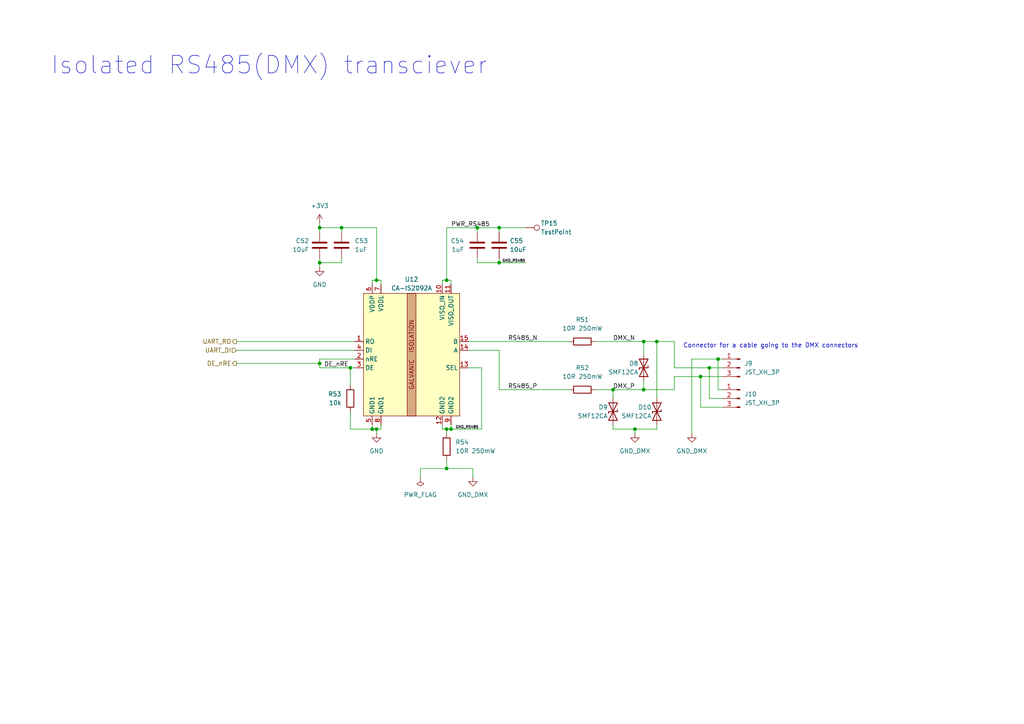
<source format=kicad_sch>
(kicad_sch (version 20250114) (generator "eeschema") (generator_version "9.0")
  (paper "A4")
  (lib_symbols
    (symbol "AV_Capacitors:CL05A105KA5NQNC" (pin_numbers (hide yes)) (pin_names (offset 0.254))
      (property "Reference" "C" (at 0.635 2.54 0))
      (property "Value" "1uF" (at 0.635 -2.54 0))
      (symbol "CL05A105KA5NQNC_0_1"
        (polyline (pts (xy -2.032 0.762) (xy 2.032 0.762)) (stroke (width 0.508)))
        (polyline (pts (xy -2.032 -0.762) (xy 2.032 -0.762)) (stroke (width 0.508)))
      )
      (symbol "CL05A105KA5NQNC_1_1"
        (pin passive line (at 0 3.81 270) (length 2.794) (name "~") (number "1"))
        (pin passive line (at 0 -3.81 90) (length 2.794) (name "~") (number "2"))
      )
    )
    (symbol "AV_Capacitors:CL10A106KP8NNNC" (pin_numbers (hide yes)) (pin_names (offset 0.254))
      (property "Reference" "C" (at 0.635 2.54 0))
      (property "Value" "10uF" (at 0.635 -2.54 0))
      (symbol "CL10A106KP8NNNC_0_1"
        (polyline (pts (xy -2.032 0.762) (xy 2.032 0.762)) (stroke (width 0.508)))
        (polyline (pts (xy -2.032 -0.762) (xy 2.032 -0.762)) (stroke (width 0.508)))
      )
      (symbol "CL10A106KP8NNNC_1_1"
        (pin passive line (at 0 3.81 270) (length 2.794) (name "~") (number "1"))
        (pin passive line (at 0 -3.81 90) (length 2.794) (name "~") (number "2"))
      )
    )
    (symbol "AV_Connectors:JST_XH_3P" (pin_names (offset 1.016) (hide yes))
      (property "Reference" "J" (at 0 5.08 0))
      (property "Value" "JST_XH_3P" (at 0 -5.08 0))
      (symbol "JST_XH_3P_1_1"
        (rectangle (start 0.8636 2.667) (end 0 2.413) (stroke (width 0.1524)) (fill (type outline)))
        (rectangle (start 0.8636 0.127) (end 0 -0.127) (stroke (width 0.1524)) (fill (type outline)))
        (rectangle (start 0.8636 -2.413) (end 0 -2.667) (stroke (width 0.1524)) (fill (type outline)))
        (polyline (pts (xy 1.27 2.54) (xy 0.8636 2.54)) (stroke (width 0.1524)))
        (polyline (pts (xy 1.27 0) (xy 0.8636 0)) (stroke (width 0.1524)))
        (polyline (pts (xy 1.27 -2.54) (xy 0.8636 -2.54)) (stroke (width 0.1524)))
        (pin passive line (at 5.08 2.54 180) (length 3.81) (name "Pin_1") (number "1"))
        (pin passive line (at 5.08 0 180) (length 3.81) (name "Pin_2") (number "2"))
        (pin passive line (at 5.08 -2.54 180) (length 3.81) (name "Pin_3") (number "3"))
      )
    )
    (symbol "AV_Diodes:SMF12CA" (pin_numbers (hide yes)) (pin_names (offset 1.016) (hide yes))
      (property "Reference" "D" (at 0 2.54 0))
      (property "Value" "SMF12CA" (at 0 -2.54 0))
      (symbol "SMF12CA_0_1"
        (polyline (pts (xy -2.54 1.27) (xy -2.54 -1.27) (xy 2.54 1.27) (xy 2.54 -1.27) (xy -2.54 1.27)) (stroke (width 0.254)))
        (polyline (pts (xy 0.508 1.27) (xy 0 1.27) (xy 0 -1.27) (xy -0.508 -1.27)) (stroke (width 0.254)))
        (polyline (pts (xy 1.27 0) (xy -1.27 0)))
      )
      (symbol "SMF12CA_1_1"
        (pin passive line (at -3.81 0 0) (length 2.54) (name "A1") (number "1"))
        (pin passive line (at 3.81 0 180) (length 2.54) (name "A2") (number "2"))
      )
    )
    (symbol "AV_ICs:CA-IS2092A"
      (property "Reference" "U" (at 0 20.828 0))
      (property "Value" "CA-IS2092A" (at 0 18.796 0))
      (symbol "CA-IS2092A_0_0"
        (pin output line (at -16.51 3.81 0) (length 2.54) (name "RO") (number "1"))
        (pin input line (at -16.51 1.27 0) (length 2.54) (name "DI") (number "4"))
        (pin input line (at -16.51 -1.27 0) (length 2.54) (name "nRE") (number "2"))
        (pin input line (at -16.51 -3.81 0) (length 2.54) (name "DE") (number "3"))
        (pin power_in line (at -11.43 20.32 270) (length 2.54) (name "VDDP") (number "6"))
        (pin power_in line (at -11.43 -20.32 90) (length 2.54) (name "GND1") (number "5"))
        (pin power_in line (at -8.89 20.32 270) (length 2.54) (name "VDDL") (number "7"))
        (pin power_in line (at -8.89 -20.32 90) (length 2.54) (name "GND1") (number "8"))
        (pin power_in line (at 8.89 20.32 270) (length 2.54) (name "VISO_IN") (number "10"))
        (pin passive line (at 8.89 -20.32 90) (length 2.54) (name "GND2") (number "12"))
        (pin power_out line (at 11.43 20.32 270) (length 2.54) (name "VISO_OUT") (number "11"))
        (pin power_out line (at 11.43 -20.32 90) (length 2.54) (name "GND2") (number "9"))
        (pin bidirectional line (at 16.51 3.81 180) (length 2.54) (name "B") (number "15"))
        (pin bidirectional line (at 16.51 1.27 180) (length 2.54) (name "A") (number "14"))
        (pin no_connect line (at 16.51 -1.27 180) (length 2.54) (hide yes) (name "NC") (number "16"))
        (pin input line (at 16.51 -3.81 180) (length 2.54) (name "SEL") (number "13"))
      )
      (symbol "CA-IS2092A_1_1"
        (rectangle (start -13.97 17.78) (end 13.97 -17.78) (fill (type background)))
        (rectangle (start -1.27 17.78) (end 1.27 -17.78) (fill (type color) (color 132 0 0 0.33)))
        (text "GALVANIC  ISOLATION" (at 0 0 900) (effects (font (size 1.27 1.27))))
      )
    )
    (symbol "AV_NoPart:TestPoint" (pin_numbers (hide yes)) (pin_names (offset 0.762) (hide yes)) (in_bom no)
      (property "Reference" "TP" (at 0 5.334 0))
      (symbol "TestPoint_0_1"
        (circle (center 0 3.302) (radius 0.762))
      )
      (symbol "TestPoint_1_1"
        (pin passive line (at 0 0 90) (length 2.54) (name "1") (number "1"))
      )
    )
    (symbol "AV_Power:GND_DMX" (power) (pin_numbers (hide yes)) (pin_names (offset 0) (hide yes))
      (property "Value" "GND_DMX" (at 0 -3.81 0))
      (symbol "GND_DMX_0_1"
        (polyline (pts (xy 0 0) (xy 0 -1.27) (xy 1.27 -1.27) (xy 0 -2.54) (xy -1.27 -1.27) (xy 0 -1.27)))
      )
      (symbol "GND_DMX_1_1"
        (pin power_in line (at 0 0 270) (length 0) (name "~") (number "1"))
      )
    )
    (symbol "AV_Resistors:0402WGF1002TCE" (pin_numbers (hide yes)) (pin_names (offset 0))
      (property "Reference" "R" (at 2.032 0 90))
      (property "Value" "10k" (at 0 0 90))
      (symbol "0402WGF1002TCE_0_1"
        (rectangle (start -1.016 -2.54) (end 1.016 2.54) (stroke (width 0.254)))
      )
      (symbol "0402WGF1002TCE_1_1"
        (pin passive line (at 0 3.81 270) (length 1.27) (name "~") (number "1"))
        (pin passive line (at 0 -3.81 90) (length 1.27) (name "~") (number "2"))
      )
    )
    (symbol "AV_Resistors:1206W4F100JT5E" (pin_numbers (hide yes)) (pin_names (offset 0))
      (property "Reference" "R" (at 2.032 0 90))
      (property "Value" "10R 250mW" (at 0 0 90))
      (symbol "1206W4F100JT5E_0_1"
        (rectangle (start -1.016 -2.54) (end 1.016 2.54) (stroke (width 0.254)))
      )
      (symbol "1206W4F100JT5E_1_1"
        (pin passive line (at 0 3.81 270) (length 1.27) (name "~") (number "1"))
        (pin passive line (at 0 -3.81 90) (length 1.27) (name "~") (number "2"))
      )
    )
    (symbol "power:+3V3" (power) (pin_numbers (hide yes)) (pin_names (offset 0) (hide yes))
      (property "Value" "+3V3" (at 0 3.556 0))
      (symbol "+3V3_0_1"
        (polyline (pts (xy -0.762 1.27) (xy 0 2.54)))
        (polyline (pts (xy 0 2.54) (xy 0.762 1.27)))
        (polyline (pts (xy 0 0) (xy 0 2.54)))
      )
      (symbol "+3V3_1_1"
        (pin power_in line (at 0 0 90) (length 0) (name "~") (number "1"))
      )
    )
    (symbol "power:GND" (power) (pin_numbers (hide yes)) (pin_names (offset 0) (hide yes))
      (property "Value" "GND" (at 0 -3.81 0))
      (symbol "GND_0_1"
        (polyline (pts (xy 0 0) (xy 0 -1.27) (xy 1.27 -1.27) (xy 0 -2.54) (xy -1.27 -1.27) (xy 0 -1.27)))
      )
      (symbol "GND_1_1"
        (pin power_in line (at 0 0 270) (length 0) (name "~") (number "1"))
      )
    )
    (symbol "power:PWR_FLAG" (power) (pin_numbers (hide yes)) (pin_names (offset 0) (hide yes))
      (property "Value" "PWR_FLAG" (at 0 3.81 0))
      (symbol "PWR_FLAG_0_0"
        (pin power_out line (at 0 0 90) (length 0) (name "~") (number "1"))
      )
      (symbol "PWR_FLAG_0_1"
        (polyline (pts (xy 0 0) (xy 0 1.27) (xy -1.016 1.905) (xy 0 2.54) (xy 1.016 1.905) (xy 0 1.27)))
      )
    )
  )
  (text "Connector for a cable going to the DMX connectors" (at 198.12 100.33 0) (effects (font (size 1.27 1.27)) (justify left)))
  (text "Isolated RS485(DMX) transciever" (at 14.605 19.05 0) (effects (font (size 5.08 5.08)) (justify left)))
  (junction (at 186.69 99.06))
  (junction (at 184.15 124.46))
  (junction (at 130.81 124.46))
  (junction (at 92.71 76.2))
  (junction (at 205.74 106.68))
  (junction (at 144.78 76.2))
  (junction (at 186.69 113.03))
  (junction (at 208.28 104.14))
  (junction (at 92.71 66.04))
  (junction (at 92.71 105.41))
  (junction (at 177.8 113.03))
  (junction (at 99.06 66.04))
  (junction (at 190.5 99.06))
  (junction (at 109.22 124.46))
  (junction (at 144.78 66.04))
  (junction (at 129.54 135.89))
  (junction (at 101.6 106.68))
  (junction (at 107.95 124.46))
  (junction (at 138.43 66.04))
  (junction (at 129.54 81.28))
  (junction (at 203.2 109.22))
  (junction (at 129.54 124.46))
  (junction (at 109.22 81.28))
  (wire (pts (xy 203.2 109.22) (xy 203.2 118.11)))
  (wire (pts (xy 129.54 66.04) (xy 138.43 66.04)))
  (wire (pts (xy 99.06 66.04) (xy 109.22 66.04)))
  (wire (pts (xy 144.78 74.93) (xy 144.78 76.2)))
  (wire (pts (xy 195.58 109.22) (xy 203.2 109.22)))
  (wire (pts (xy 137.16 135.89) (xy 129.54 135.89)))
  (wire (pts (xy 190.5 123.19) (xy 190.5 124.46)))
  (wire (pts (xy 137.16 135.89) (xy 137.16 138.43)))
  (wire (pts (xy 205.74 115.57) (xy 209.55 115.57)))
  (wire (pts (xy 190.5 99.06) (xy 190.5 115.57)))
  (wire (pts (xy 203.2 109.22) (xy 209.55 109.22)))
  (wire (pts (xy 186.69 99.06) (xy 190.5 99.06)))
  (wire (pts (xy 101.6 119.38) (xy 101.6 124.46)))
  (wire (pts (xy 135.89 106.68) (xy 139.7 106.68)))
  (wire (pts (xy 109.22 81.28) (xy 110.49 81.28)))
  (wire (pts (xy 138.43 66.04) (xy 138.43 67.31)))
  (wire (pts (xy 109.22 124.46) (xy 109.22 125.73)))
  (wire (pts (xy 184.15 124.46) (xy 190.5 124.46)))
  (wire (pts (xy 107.95 124.46) (xy 107.95 123.19)))
  (wire (pts (xy 184.15 125.73) (xy 184.15 124.46)))
  (wire (pts (xy 205.74 106.68) (xy 209.55 106.68)))
  (wire (pts (xy 92.71 64.77) (xy 92.71 66.04)))
  (wire (pts (xy 121.92 138.43) (xy 121.92 135.89)))
  (wire (pts (xy 200.66 104.14) (xy 208.28 104.14)))
  (wire (pts (xy 129.54 135.89) (xy 129.54 133.35)))
  (wire (pts (xy 68.58 105.41) (xy 92.71 105.41)))
  (wire (pts (xy 186.69 113.03) (xy 195.58 113.03)))
  (wire (pts (xy 68.58 99.06) (xy 102.87 99.06)))
  (wire (pts (xy 203.2 118.11) (xy 209.55 118.11)))
  (wire (pts (xy 101.6 106.68) (xy 102.87 106.68)))
  (wire (pts (xy 128.27 82.55) (xy 128.27 81.28)))
  (wire (pts (xy 184.15 124.46) (xy 177.8 124.46)))
  (wire (pts (xy 107.95 124.46) (xy 109.22 124.46)))
  (wire (pts (xy 172.72 113.03) (xy 177.8 113.03)))
  (wire (pts (xy 129.54 81.28) (xy 129.54 66.04)))
  (wire (pts (xy 128.27 124.46) (xy 128.27 123.19)))
  (wire (pts (xy 144.78 76.2) (xy 152.4 76.2)))
  (wire (pts (xy 101.6 124.46) (xy 107.95 124.46)))
  (wire (pts (xy 110.49 81.28) (xy 110.49 82.55)))
  (wire (pts (xy 110.49 123.19) (xy 110.49 124.46)))
  (wire (pts (xy 139.7 106.68) (xy 139.7 124.46)))
  (wire (pts (xy 101.6 106.68) (xy 101.6 111.76)))
  (wire (pts (xy 144.78 113.03) (xy 144.78 101.6)))
  (wire (pts (xy 130.81 124.46) (xy 129.54 124.46)))
  (wire (pts (xy 92.71 104.14) (xy 92.71 105.41)))
  (wire (pts (xy 92.71 76.2) (xy 92.71 77.47)))
  (wire (pts (xy 208.28 104.14) (xy 208.28 113.03)))
  (wire (pts (xy 190.5 99.06) (xy 195.58 99.06)))
  (wire (pts (xy 138.43 76.2) (xy 138.43 74.93)))
  (wire (pts (xy 205.74 106.68) (xy 205.74 115.57)))
  (wire (pts (xy 92.71 67.31) (xy 92.71 66.04)))
  (wire (pts (xy 129.54 81.28) (xy 130.81 81.28)))
  (wire (pts (xy 195.58 113.03) (xy 195.58 109.22)))
  (wire (pts (xy 107.95 81.28) (xy 109.22 81.28)))
  (wire (pts (xy 110.49 124.46) (xy 109.22 124.46)))
  (wire (pts (xy 107.95 82.55) (xy 107.95 81.28)))
  (wire (pts (xy 92.71 106.68) (xy 101.6 106.68)))
  (wire (pts (xy 144.78 113.03) (xy 165.1 113.03)))
  (wire (pts (xy 129.54 124.46) (xy 129.54 125.73)))
  (wire (pts (xy 186.69 110.49) (xy 186.69 113.03)))
  (wire (pts (xy 186.69 99.06) (xy 186.69 102.87)))
  (wire (pts (xy 68.58 101.6) (xy 102.87 101.6)))
  (wire (pts (xy 144.78 67.31) (xy 144.78 66.04)))
  (wire (pts (xy 128.27 124.46) (xy 129.54 124.46)))
  (wire (pts (xy 109.22 66.04) (xy 109.22 81.28)))
  (wire (pts (xy 195.58 99.06) (xy 195.58 106.68)))
  (wire (pts (xy 121.92 135.89) (xy 129.54 135.89)))
  (wire (pts (xy 144.78 66.04) (xy 138.43 66.04)))
  (wire (pts (xy 99.06 76.2) (xy 99.06 74.93)))
  (wire (pts (xy 200.66 104.14) (xy 200.66 125.73)))
  (wire (pts (xy 92.71 76.2) (xy 99.06 76.2)))
  (wire (pts (xy 92.71 66.04) (xy 99.06 66.04)))
  (wire (pts (xy 92.71 105.41) (xy 92.71 106.68)))
  (wire (pts (xy 208.28 113.03) (xy 209.55 113.03)))
  (wire (pts (xy 144.78 76.2) (xy 138.43 76.2)))
  (wire (pts (xy 144.78 66.04) (xy 152.4 66.04)))
  (wire (pts (xy 99.06 66.04) (xy 99.06 67.31)))
  (wire (pts (xy 102.87 104.14) (xy 92.71 104.14)))
  (wire (pts (xy 172.72 99.06) (xy 186.69 99.06)))
  (wire (pts (xy 128.27 81.28) (xy 129.54 81.28)))
  (wire (pts (xy 208.28 104.14) (xy 209.55 104.14)))
  (wire (pts (xy 177.8 113.03) (xy 177.8 115.57)))
  (wire (pts (xy 177.8 113.03) (xy 186.69 113.03)))
  (wire (pts (xy 92.71 74.93) (xy 92.71 76.2)))
  (wire (pts (xy 135.89 101.6) (xy 144.78 101.6)))
  (wire (pts (xy 177.8 124.46) (xy 177.8 123.19)))
  (wire (pts (xy 139.7 124.46) (xy 130.81 124.46)))
  (wire (pts (xy 130.81 123.19) (xy 130.81 124.46)))
  (wire (pts (xy 135.89 99.06) (xy 165.1 99.06)))
  (wire (pts (xy 130.81 81.28) (xy 130.81 82.55)))
  (wire (pts (xy 195.58 106.68) (xy 205.74 106.68)))
  (label "RS485_N" (at 147.32 99.06 0))
  (label "RS485_P" (at 147.32 113.03 0))
  (label "DE_nRE" (at 93.98 106.68 0))
  (label "GND_RS485" (at 132.08 124.46 0) (effects (font (size 0.762 0.762))))
  (label "PWR_RS485" (at 130.81 66.04 0))
  (label "GND_RS485" (at 152.4 76.2 180) (effects (font (size 0.762 0.762))))
  (label "DMX_P" (at 177.8 113.03 0))
  (label "DMX_N" (at 177.8 99.06 0))
  (hierarchical_label "UART_DI" (shape input) (at 68.58 101.6 180))
  (hierarchical_label "UART_RO" (shape output) (at 68.58 99.06 180))
  (hierarchical_label "DE_nRE" (shape output) (at 68.58 105.41 180))
  (symbol (lib_id "AV_Capacitors:CL05A105KA5NQNC") (at 138.43 71.12 0) (mirror y) (unit 1)
    (property "Reference" "C54" (at 134.62 69.8499 0) (effects (justify left)))
    (property "Value" "1uF" (at 134.62 72.3899 0) (effects (justify left)))
    (property "Footprint" "Capacitor_SMD:C_0402_1005Metric" (effects (hide yes)))
    (property "Description" "CAP CER 1uF 25V X5R 0402" (effects (hide yes)))
    (property "LCSC" "C52923" (effects (hide yes)))
  )
  (symbol (lib_id "AV_Power:GND_DMX") (at 200.66 125.73 0) (unit 1)
    (property "Reference" "#PWR0107" (effects (hide yes)))
    (property "Value" "GND_DMX" (at 200.66 130.81 0))
    (property "Description" "Power symbol creates a global label with name \"GND\" , ground" (effects (hide yes)))
  )
  (symbol (lib_id "power:GND") (at 92.71 77.47 0) (unit 1)
    (property "Reference" "#PWR0104" (effects (hide yes)))
    (property "Value" "GND" (at 92.71 82.55 0))
    (property "Description" "Power symbol creates a global label with name \"GND\" , ground" (effects (hide yes)))
  )
  (symbol (lib_id "power:+3V3") (at 92.71 64.77 0) (unit 1)
    (property "Reference" "#PWR0103" (effects (hide yes)))
    (property "Value" "+3V3" (at 92.71 59.69 0))
    (property "Description" "Power symbol creates a global label with name \"+3V3\"" (effects (hide yes)))
  )
  (symbol (lib_id "AV_Power:GND_DMX") (at 137.16 138.43 0) (unit 1)
    (property "Reference" "#PWR0108" (effects (hide yes)))
    (property "Value" "GND_DMX" (at 137.16 143.51 0))
    (property "Description" "Power symbol creates a global label with name \"GND\" , ground" (effects (hide yes)))
  )
  (symbol (lib_id "AV_NoPart:TestPoint") (at 152.4 66.04 270) (unit 1)
    (property "Reference" "TP15" (at 156.845 64.77 90) (effects (justify left)))
    (property "Value" "TestPoint" (at 156.845 67.31 90) (effects (justify left)))
    (property "Footprint" "TestPoint:TestPoint_Pad_D1.0mm" (effects (hide yes)))
    (property "Description" "test point" (effects (hide yes)))
  )
  (symbol (lib_id "power:GND") (at 109.22 125.73 0) (unit 1)
    (property "Reference" "#PWR0105" (effects (hide yes)))
    (property "Value" "GND" (at 109.22 130.81 0))
    (property "Description" "Power symbol creates a global label with name \"GND\" , ground" (effects (hide yes)))
  )
  (symbol (lib_id "AV_Capacitors:CL10A106KP8NNNC") (at 144.78 71.12 0) (unit 1)
    (property "Reference" "C55" (at 147.828 69.85 0) (effects (justify left)))
    (property "Value" "10uF" (at 147.828 72.39 0) (effects (justify left)))
    (property "Footprint" "Capacitor_SMD:C_0603_1608Metric" (effects (hide yes)))
    (property "Datasheet" "https://www.lcsc.com/datasheet/C19702.pdf" (effects (hide yes)))
    (property "Description" "CAP CER 10uF 10V 10% X5R 0603" (effects (hide yes)))
    (property "LCSC" "C19702" (effects (hide yes)))
  )
  (symbol (lib_id "AV_Capacitors:CL05A105KA5NQNC") (at 99.06 71.12 0) (unit 1)
    (property "Reference" "C53" (at 102.87 69.8499 0) (effects (justify left)))
    (property "Value" "1uF" (at 102.87 72.3899 0) (effects (justify left)))
    (property "Footprint" "Capacitor_SMD:C_0402_1005Metric" (effects (hide yes)))
    (property "Description" "CAP CER 1uF 25V X5R 0402" (effects (hide yes)))
    (property "LCSC" "C52923" (effects (hide yes)))
  )
  (symbol (lib_id "power:PWR_FLAG") (at 121.92 138.43 180) (unit 1)
    (property "Reference" "#FLG012" (effects (hide yes)))
    (property "Value" "PWR_FLAG" (at 121.92 143.51 0))
    (property "Description" "Special symbol for telling ERC where power comes from" (effects (hide yes)))
  )
  (symbol (lib_id "AV_Diodes:SMF12CA") (at 190.5 119.38 270) (mirror x) (unit 1)
    (property "Reference" "D10" (at 188.976 118.11 90) (effects (justify right)))
    (property "Value" "SMF12CA" (at 188.976 120.65 90) (effects (justify right)))
    (property "Footprint" "Diode_SMD:D_SOD-123F" (effects (hide yes)))
    (property "Datasheet" "https://www.lcsc.com/datasheet/C19077507.pdf" (effects (hide yes)))
    (property "Description" "TVS DIODE 12VWM 19.9VC SOD-123FL" (effects (hide yes)))
    (property "LCSC" "C19077507" (effects (hide yes)))
  )
  (symbol (lib_id "AV_Resistors:1206W4F100JT5E") (at 129.54 129.54 180) (unit 1)
    (property "Reference" "R54" (at 132.08 128.2699 0) (effects (justify right)))
    (property "Value" "10R 250mW" (at 132.08 130.8099 0) (effects (justify right)))
    (property "Footprint" "Resistor_SMD:R_1206_3216Metric" (effects (hide yes)))
    (property "Description" "RES 10Ω ±1% 250mW 1206" (effects (hide yes)))
    (property "LCSC" "C17903" (effects (hide yes)))
  )
  (symbol (lib_id "AV_Diodes:SMF12CA") (at 186.69 106.68 270) (mirror x) (unit 1)
    (property "Reference" "D8" (at 185.166 105.41 90) (effects (justify right)))
    (property "Value" "SMF12CA" (at 185.166 107.95 90) (effects (justify right)))
    (property "Footprint" "Diode_SMD:D_SOD-123F" (effects (hide yes)))
    (property "Datasheet" "https://www.lcsc.com/datasheet/C19077507.pdf" (effects (hide yes)))
    (property "Description" "TVS DIODE 12VWM 19.9VC SOD-123FL" (effects (hide yes)))
    (property "LCSC" "C19077507" (effects (hide yes)))
  )
  (symbol (lib_id "AV_Resistors:1206W4F100JT5E") (at 168.91 99.06 90) (unit 1)
    (property "Reference" "R51" (at 168.91 92.71 90))
    (property "Value" "10R 250mW" (at 168.91 95.25 90))
    (property "Footprint" "Resistor_SMD:R_1206_3216Metric" (effects (hide yes)))
    (property "Description" "RES 10Ω ±1% 250mW 1206" (effects (hide yes)))
    (property "LCSC" "C17903" (effects (hide yes)))
  )
  (symbol (lib_id "AV_Connectors:JST_XH_3P") (at 214.63 106.68 0) (mirror y) (unit 1)
    (property "Reference" "J9" (at 215.9 105.4099 0) (effects (justify right)))
    (property "Value" "JST_XH_3P" (at 215.9 107.9499 0) (effects (justify right)))
    (property "Footprint" "Connector_JST:JST_XH_B3B-XH-A_1x03_P2.50mm_Vertical" (effects (hide yes)))
    (property "Description" "JST XH 3 pin vertical wire to board connector" (effects (hide yes)))
  )
  (symbol (lib_id "AV_Power:GND_DMX") (at 184.15 125.73 0) (unit 1)
    (property "Reference" "#PWR0106" (effects (hide yes)))
    (property "Value" "GND_DMX" (at 184.15 130.81 0))
    (property "Description" "Power symbol creates a global label with name \"GND\" , ground" (effects (hide yes)))
  )
  (symbol (lib_id "AV_Connectors:JST_XH_3P") (at 214.63 115.57 0) (mirror y) (unit 1)
    (property "Reference" "J10" (at 215.9 114.2999 0) (effects (justify right)))
    (property "Value" "JST_XH_3P" (at 215.9 116.8399 0) (effects (justify right)))
    (property "Footprint" "Connector_JST:JST_XH_B3B-XH-A_1x03_P2.50mm_Vertical" (effects (hide yes)))
    (property "Description" "JST XH 3 pin vertical wire to board connector" (effects (hide yes)))
  )
  (symbol (lib_id "AV_Capacitors:CL10A106KP8NNNC") (at 92.71 71.12 0) (mirror y) (unit 1)
    (property "Reference" "C52" (at 89.662 69.85 0) (effects (justify left)))
    (property "Value" "10uF" (at 89.662 72.39 0) (effects (justify left)))
    (property "Footprint" "Capacitor_SMD:C_0603_1608Metric" (effects (hide yes)))
    (property "Datasheet" "https://www.lcsc.com/datasheet/C19702.pdf" (effects (hide yes)))
    (property "Description" "CAP CER 10uF 10V 10% X5R 0603" (effects (hide yes)))
    (property "LCSC" "C19702" (effects (hide yes)))
  )
  (symbol (lib_id "AV_Diodes:SMF12CA") (at 177.8 119.38 270) (mirror x) (unit 1)
    (property "Reference" "D9" (at 176.276 118.11 90) (effects (justify right)))
    (property "Value" "SMF12CA" (at 176.276 120.65 90) (effects (justify right)))
    (property "Footprint" "Diode_SMD:D_SOD-123F" (effects (hide yes)))
    (property "Datasheet" "https://www.lcsc.com/datasheet/C19077507.pdf" (effects (hide yes)))
    (property "Description" "TVS DIODE 12VWM 19.9VC SOD-123FL" (effects (hide yes)))
    (property "LCSC" "C19077507" (effects (hide yes)))
  )
  (symbol (lib_id "AV_Resistors:1206W4F100JT5E") (at 168.91 113.03 90) (unit 1)
    (property "Reference" "R52" (at 168.91 106.68 90))
    (property "Value" "10R 250mW" (at 168.91 109.22 90))
    (property "Footprint" "Resistor_SMD:R_1206_3216Metric" (effects (hide yes)))
    (property "Description" "RES 10Ω ±1% 250mW 1206" (effects (hide yes)))
    (property "LCSC" "C17903" (effects (hide yes)))
  )
  (symbol (lib_id "AV_Resistors:0402WGF1002TCE") (at 101.6 115.57 0) (mirror y) (unit 1)
    (property "Reference" "R53" (at 99.06 114.2999 0) (effects (justify left)))
    (property "Value" "10k" (at 99.06 116.8399 0) (effects (justify left)))
    (property "Footprint" "Resistor_SMD:R_0402_1005Metric" (effects (hide yes)))
    (property "Description" "RES 10kΩ ±1% 62.5mW 0402" (effects (hide yes)))
    (property "LCSC" "C25744" (effects (hide yes)))
  )
  (symbol (lib_id "AV_ICs:CA-IS2092A") (at 119.38 102.87 0) (unit 1)
    (property "Reference" "U12" (at 119.38 81.026 0))
    (property "Value" "CA-IS2092A" (at 119.38 83.566 0))
    (property "Footprint" "AV_ICS:CA-IS2092A" (effects (hide yes)))
    (property "Datasheet" "https://www.lcsc.com/datasheet/C18185406.pdf" (effects (hide yes)))
    (property "Description" "Isolated RS-485 transceiver with built-in DC-DC converter, 500Kbps LGA-16(5.2x4.6)" (effects (hide yes)))
    (property "LCSC" "C18185406" (effects (hide yes)))
  )
)
</source>
